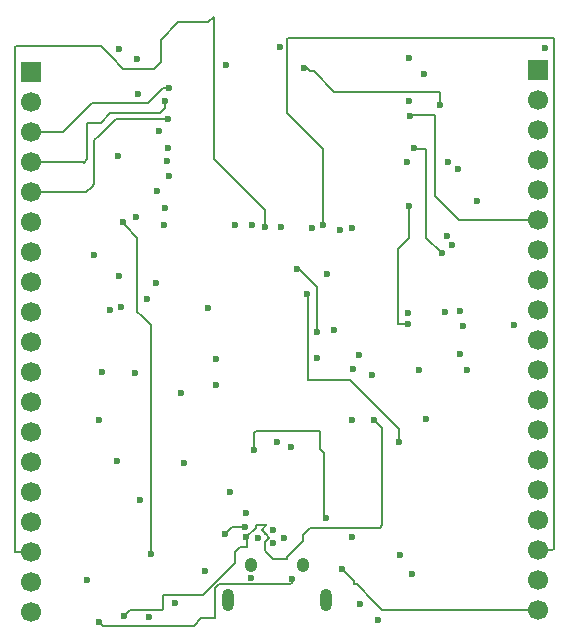
<source format=gbr>
%TF.GenerationSoftware,KiCad,Pcbnew,9.0.2*%
%TF.CreationDate,2025-07-05T23:34:38+05:30*%
%TF.ProjectId,_autosave-esp32devkitclone,5f617574-6f73-4617-9665-2d6573703332,rev?*%
%TF.SameCoordinates,Original*%
%TF.FileFunction,Copper,L2,Inr*%
%TF.FilePolarity,Positive*%
%FSLAX46Y46*%
G04 Gerber Fmt 4.6, Leading zero omitted, Abs format (unit mm)*
G04 Created by KiCad (PCBNEW 9.0.2) date 2025-07-05 23:34:38*
%MOMM*%
%LPD*%
G01*
G04 APERTURE LIST*
%TA.AperFunction,ComponentPad*%
%ADD10R,1.700000X1.700000*%
%TD*%
%TA.AperFunction,ComponentPad*%
%ADD11C,1.700000*%
%TD*%
%TA.AperFunction,HeatsinkPad*%
%ADD12O,1.000000X1.900000*%
%TD*%
%TA.AperFunction,HeatsinkPad*%
%ADD13O,1.050000X1.250000*%
%TD*%
%TA.AperFunction,ViaPad*%
%ADD14C,0.600000*%
%TD*%
%TA.AperFunction,Conductor*%
%ADD15C,0.200000*%
%TD*%
G04 APERTURE END LIST*
D10*
%TO.N,/VDD33*%
%TO.C,J2*%
X161960000Y-84540000D03*
D11*
%TO.N,/EN*%
X161960000Y-87080000D03*
%TO.N,/SENSOR_VP*%
X161960000Y-89620000D03*
%TO.N,/SENSOR_VN*%
X161960000Y-92160000D03*
%TO.N,/IO34*%
X161960000Y-94700000D03*
%TO.N,/IO35*%
X161960000Y-97240000D03*
%TO.N,/IO32*%
X161960000Y-99780000D03*
%TO.N,/IO33*%
X161960000Y-102320000D03*
%TO.N,/IO25*%
X161960000Y-104860000D03*
%TO.N,/IO26*%
X161960000Y-107400000D03*
%TO.N,/IO27*%
X161960000Y-109940000D03*
%TO.N,/IO14*%
X161960000Y-112480000D03*
%TO.N,/IO12*%
X161960000Y-115020000D03*
%TO.N,GND*%
X161960000Y-117560000D03*
%TO.N,/IO13*%
X161960000Y-120100000D03*
%TO.N,/SD2*%
X161960000Y-122640000D03*
%TO.N,/SD3*%
X161960000Y-125180000D03*
%TO.N,/CMD*%
X161960000Y-127720000D03*
%TO.N,/EXT_5V*%
X161960000Y-130260000D03*
%TD*%
D12*
%TO.N,GND*%
%TO.C,J1*%
X178645000Y-129225000D03*
D13*
X180595000Y-126225000D03*
X185045000Y-126225000D03*
D12*
X186995000Y-129225000D03*
%TD*%
D10*
%TO.N,GND*%
%TO.C,J3*%
X204880000Y-84360000D03*
D11*
%TO.N,/IO23*%
X204880000Y-86900000D03*
%TO.N,/IO22*%
X204880000Y-89440000D03*
%TO.N,/TXDO*%
X204880000Y-91980000D03*
%TO.N,/RXDO*%
X204880000Y-94520000D03*
%TO.N,/IO21*%
X204880000Y-97060000D03*
%TO.N,GND*%
X204880000Y-99600000D03*
%TO.N,/IO19*%
X204880000Y-102140000D03*
%TO.N,/IO18*%
X204880000Y-104680000D03*
%TO.N,/IO5*%
X204880000Y-107220000D03*
%TO.N,/IO17*%
X204880000Y-109760000D03*
%TO.N,/IO16*%
X204880000Y-112300000D03*
%TO.N,/IO4*%
X204880000Y-114840000D03*
%TO.N,/IO0*%
X204880000Y-117380000D03*
%TO.N,/IO2*%
X204880000Y-119920000D03*
%TO.N,/IO15*%
X204880000Y-122460000D03*
%TO.N,/SD1*%
X204880000Y-125000000D03*
%TO.N,/SD0*%
X204880000Y-127540000D03*
%TO.N,/CLK*%
X204880000Y-130080000D03*
%TD*%
D14*
%TO.N,/EXT_5V*%
X193890000Y-104930000D03*
X189850000Y-129560000D03*
X187610000Y-106370000D03*
X189790000Y-108480000D03*
%TO.N,GND*%
X197280000Y-92180000D03*
X169300000Y-117470000D03*
X177640000Y-111020000D03*
X180620000Y-127330000D03*
X191390000Y-130880000D03*
X177620000Y-108810000D03*
%TO.N,/VDD33*%
X170790000Y-109990000D03*
X174720000Y-111740000D03*
X174950000Y-117620000D03*
X189230000Y-109710000D03*
X194820000Y-109780000D03*
X169320000Y-91650000D03*
X170990000Y-83420000D03*
X168000000Y-109890000D03*
%TO.N,/EN*%
X196630000Y-87310000D03*
X185090000Y-84160000D03*
X197640000Y-99190000D03*
X198880000Y-109760000D03*
X178540000Y-83930000D03*
X172010000Y-130690000D03*
X171080000Y-86370000D03*
X197000000Y-104820000D03*
X198150000Y-92750000D03*
X199780000Y-95430000D03*
X183060000Y-82380000D03*
%TO.N,Net-(C15-Pad2)*%
X171190000Y-120720000D03*
X169640000Y-104440000D03*
%TO.N,Net-(D1-A)*%
X194230000Y-127060000D03*
X185370000Y-103290000D03*
X193140000Y-115810000D03*
%TO.N,/VBUS*%
X167760000Y-131090000D03*
X198310000Y-104790000D03*
X169450000Y-101790000D03*
X184060000Y-127480000D03*
X166690000Y-127560000D03*
X168640000Y-104660000D03*
%TO.N,/USB_DN*%
X178450000Y-123600000D03*
X183390000Y-124020000D03*
X187030000Y-101640000D03*
X180070000Y-123040000D03*
%TO.N,/USB_DP*%
X182490000Y-124420000D03*
X178840000Y-120080000D03*
X176990000Y-104540000D03*
%TO.N,/SD2*%
X180710000Y-97520000D03*
%TO.N,/CMD*%
X169400000Y-82570000D03*
X183190000Y-97690000D03*
%TO.N,/IO34*%
X173600000Y-88490000D03*
%TO.N,/IO14*%
X173220000Y-97500000D03*
X167330000Y-100040000D03*
%TO.N,/IO25*%
X173630000Y-93330000D03*
%TO.N,/SENSOR_VN*%
X173330000Y-87010000D03*
%TO.N,/IO35*%
X172790000Y-89530000D03*
%TO.N,/IO13*%
X179290000Y-97490000D03*
%TO.N,/IO33*%
X173510000Y-92070000D03*
%TO.N,/IO27*%
X173340000Y-96080000D03*
%TO.N,/IO12*%
X172610000Y-102400000D03*
X167780000Y-113980000D03*
%TO.N,/SENSOR_VP*%
X173670000Y-85870000D03*
%TO.N,/SD3*%
X181780000Y-97610000D03*
%TO.N,/IO32*%
X173620000Y-90970000D03*
%TO.N,/IO26*%
X172670000Y-94560000D03*
%TO.N,/IO22*%
X195290000Y-84720000D03*
%TO.N,/IO19*%
X194410000Y-90980000D03*
X196750000Y-99850000D03*
%TO.N,/SD0*%
X185790000Y-97700000D03*
%TO.N,/RXDO*%
X194000000Y-87000000D03*
X198550000Y-106020000D03*
%TO.N,/IO2*%
X205510000Y-82470000D03*
X189200000Y-97750000D03*
%TO.N,/IO15*%
X188110000Y-97900000D03*
%TO.N,/IO21*%
X194060000Y-88240000D03*
%TO.N,/IO23*%
X193960000Y-83350000D03*
%TO.N,/SD1*%
X186750000Y-97440000D03*
%TO.N,/CLK*%
X188360000Y-126580000D03*
X186230000Y-106530000D03*
X184530000Y-101180000D03*
%TO.N,/IO16*%
X193980000Y-95890000D03*
X193940000Y-105890000D03*
%TO.N,/IO18*%
X193810000Y-92180000D03*
X202900000Y-105950000D03*
%TO.N,Net-(Q1-B)*%
X176750000Y-126800000D03*
X193200000Y-125390000D03*
%TO.N,/RTS*%
X172120000Y-125370000D03*
X169760000Y-97220000D03*
X184040000Y-116250000D03*
X180210000Y-121890000D03*
%TO.N,/DTR*%
X186950000Y-122320000D03*
X180860000Y-116540000D03*
%TO.N,Net-(Q2-B)*%
X189190000Y-114020000D03*
X170890000Y-96840000D03*
X189180000Y-123870000D03*
X171830000Y-103770000D03*
X186170000Y-108700000D03*
%TO.N,/RXD*%
X197170000Y-98400000D03*
X182820000Y-115870000D03*
%TO.N,/TXD*%
X198290000Y-108440000D03*
X195470000Y-113920000D03*
%TO.N,Net-(U1-~{SUSPEND})*%
X190870000Y-110150000D03*
X182500000Y-123310000D03*
%TO.N,Net-(U1-~{RST})*%
X181230000Y-123940000D03*
X174140000Y-129460000D03*
%TO.N,Net-(U1-VBUS)*%
X180220000Y-123920000D03*
X169830000Y-130570000D03*
X191050000Y-113970000D03*
%TD*%
D15*
%TO.N,/EN*%
X185360000Y-84160000D02*
X185630000Y-84430000D01*
X187680000Y-86200000D02*
X196590000Y-86200000D01*
X196630000Y-86240000D02*
X196630000Y-87310000D01*
X196590000Y-86200000D02*
X196630000Y-86240000D01*
X185090000Y-84160000D02*
X185360000Y-84160000D01*
X185630000Y-84430000D02*
X185910000Y-84430000D01*
X185910000Y-84430000D02*
X187680000Y-86200000D01*
%TO.N,Net-(D1-A)*%
X185400000Y-103320000D02*
X185370000Y-103290000D01*
X189250000Y-110840000D02*
X189000000Y-110590000D01*
X193140000Y-114730000D02*
X189250000Y-110840000D01*
X189000000Y-110590000D02*
X185400000Y-110590000D01*
X193140000Y-115810000D02*
X193140000Y-114730000D01*
X185400000Y-110590000D02*
X185400000Y-103320000D01*
%TO.N,/VBUS*%
X168060000Y-131390000D02*
X167760000Y-131090000D01*
X177890000Y-127890000D02*
X177760000Y-128020000D01*
X176400000Y-130790000D02*
X175800000Y-131390000D01*
X184060000Y-127780000D02*
X183950000Y-127890000D01*
X184060000Y-127480000D02*
X184060000Y-127780000D01*
X177540000Y-130790000D02*
X176400000Y-130790000D01*
X177760000Y-128020000D02*
X177540000Y-128240000D01*
X183950000Y-127890000D02*
X177890000Y-127890000D01*
X175800000Y-131390000D02*
X168060000Y-131390000D01*
X177540000Y-128240000D02*
X177540000Y-130790000D01*
%TO.N,/USB_DN*%
X179010000Y-123040000D02*
X178450000Y-123600000D01*
X180070000Y-123040000D02*
X179010000Y-123040000D01*
%TO.N,/IO34*%
X169190000Y-88490000D02*
X173600000Y-88490000D01*
X167360000Y-90320000D02*
X167730000Y-89950000D01*
X161960000Y-94700000D02*
X166650000Y-94700000D01*
X166650000Y-94700000D02*
X167120000Y-94230000D01*
X167360000Y-93990000D02*
X167360000Y-92240000D01*
X167730000Y-89950000D02*
X169190000Y-88490000D01*
X167360000Y-92240000D02*
X167360000Y-90320000D01*
X167120000Y-94230000D02*
X167360000Y-93990000D01*
%TO.N,/SENSOR_VN*%
X166440000Y-92160000D02*
X166470000Y-92190000D01*
X168690000Y-88030000D02*
X172870000Y-88030000D01*
X167890000Y-88830000D02*
X168690000Y-88030000D01*
X166470000Y-92190000D02*
X166740000Y-91920000D01*
X173330000Y-87570000D02*
X173330000Y-87010000D01*
X161960000Y-92160000D02*
X166440000Y-92160000D01*
X166740000Y-91920000D02*
X166740000Y-88830000D01*
X172870000Y-88030000D02*
X173050000Y-87850000D01*
X173050000Y-87850000D02*
X173330000Y-87570000D01*
X166740000Y-88830000D02*
X167890000Y-88830000D01*
%TO.N,/SENSOR_VP*%
X172750000Y-86270000D02*
X173150000Y-85870000D01*
X167190000Y-87120000D02*
X171760000Y-87120000D01*
X173150000Y-85870000D02*
X173670000Y-85870000D01*
X164690000Y-89620000D02*
X165630000Y-88680000D01*
X161960000Y-89620000D02*
X164690000Y-89620000D01*
X171900000Y-87120000D02*
X172750000Y-86270000D01*
X171760000Y-87120000D02*
X171900000Y-87120000D01*
X165630000Y-88680000D02*
X167190000Y-87120000D01*
%TO.N,/SD3*%
X168770000Y-83190000D02*
X169810000Y-84230000D01*
X170260000Y-84230000D02*
X172400000Y-84230000D01*
X177470000Y-91880000D02*
X178390000Y-92800000D01*
X172990000Y-81790000D02*
X174450000Y-80330000D01*
X161960000Y-125180000D02*
X160670000Y-125180000D01*
X160610000Y-82410000D02*
X160680000Y-82340000D01*
X160610000Y-125120000D02*
X160610000Y-82410000D01*
X181780000Y-96190000D02*
X181780000Y-97610000D01*
X177470000Y-79830000D02*
X177470000Y-91880000D01*
X174450000Y-80330000D02*
X176970000Y-80330000D01*
X169810000Y-84230000D02*
X170260000Y-84230000D01*
X176970000Y-80330000D02*
X177470000Y-79830000D01*
X178390000Y-92800000D02*
X181780000Y-96190000D01*
X167920000Y-82340000D02*
X168770000Y-83190000D01*
X172990000Y-83640000D02*
X172990000Y-81790000D01*
X160670000Y-125180000D02*
X160610000Y-125120000D01*
X172400000Y-84230000D02*
X172990000Y-83640000D01*
X160680000Y-82340000D02*
X167920000Y-82340000D01*
%TO.N,/IO19*%
X196750000Y-99850000D02*
X195440000Y-98540000D01*
X195440000Y-98540000D02*
X195440000Y-91080000D01*
X194510000Y-91080000D02*
X194410000Y-90980000D01*
X195440000Y-91080000D02*
X194510000Y-91080000D01*
%TO.N,/IO21*%
X196170000Y-95030000D02*
X196170000Y-88190000D01*
X194110000Y-88190000D02*
X194060000Y-88240000D01*
X198200000Y-97060000D02*
X196880000Y-95740000D01*
X196170000Y-88190000D02*
X194110000Y-88190000D01*
X204880000Y-97060000D02*
X198200000Y-97060000D01*
X196880000Y-95740000D02*
X196170000Y-95030000D01*
%TO.N,/SD1*%
X186670000Y-91010000D02*
X186670000Y-97360000D01*
X206230000Y-81670000D02*
X183730000Y-81670000D01*
X204880000Y-125000000D02*
X206130000Y-125000000D01*
X206130000Y-125000000D02*
X206250000Y-124880000D01*
X206250000Y-124880000D02*
X206250000Y-81690000D01*
X183690000Y-81710000D02*
X183690000Y-88030000D01*
X186670000Y-97360000D02*
X186750000Y-97440000D01*
X183730000Y-81670000D02*
X183690000Y-81710000D01*
X206250000Y-81690000D02*
X206230000Y-81670000D01*
X183690000Y-88030000D02*
X186670000Y-91010000D01*
%TO.N,/CLK*%
X204880000Y-130080000D02*
X191730000Y-130080000D01*
X189560000Y-127910000D02*
X189370000Y-127910000D01*
X189370000Y-127910000D02*
X189370000Y-127590000D01*
X186230000Y-106530000D02*
X186230000Y-102740000D01*
X191070000Y-129420000D02*
X189560000Y-127910000D01*
X184750000Y-101260000D02*
X184670000Y-101180000D01*
X184670000Y-101180000D02*
X184530000Y-101180000D01*
X186230000Y-102740000D02*
X184750000Y-101260000D01*
X191730000Y-130080000D02*
X191070000Y-129420000D01*
X189370000Y-127590000D02*
X188360000Y-126580000D01*
%TO.N,/IO16*%
X193040000Y-105820000D02*
X193040000Y-99510000D01*
X193980000Y-98570000D02*
X193980000Y-95890000D01*
X193110000Y-105890000D02*
X193040000Y-105820000D01*
X193940000Y-105890000D02*
X193110000Y-105890000D01*
X193740000Y-98810000D02*
X193980000Y-98570000D01*
X193040000Y-99510000D02*
X193740000Y-98810000D01*
%TO.N,/RTS*%
X170970000Y-98550000D02*
X169940000Y-97520000D01*
X172120000Y-125370000D02*
X172120000Y-105980000D01*
X170970000Y-104830000D02*
X170970000Y-101370000D01*
X172120000Y-105980000D02*
X171350000Y-105210000D01*
X169940000Y-97520000D02*
X169760000Y-97340000D01*
X171350000Y-105210000D02*
X170970000Y-104830000D01*
X169760000Y-97340000D02*
X169760000Y-97220000D01*
X170970000Y-101370000D02*
X170970000Y-98550000D01*
%TO.N,/DTR*%
X180860000Y-116540000D02*
X180860000Y-115130000D01*
X186490000Y-116430000D02*
X186810000Y-116750000D01*
X186490000Y-114960000D02*
X186490000Y-116430000D01*
X181060000Y-114930000D02*
X186460000Y-114930000D01*
X186810000Y-116750000D02*
X186810000Y-122180000D01*
X186460000Y-114930000D02*
X186490000Y-114960000D01*
X180860000Y-115130000D02*
X181060000Y-114930000D01*
X186810000Y-122180000D02*
X186950000Y-122320000D01*
%TO.N,Net-(U1-VBUS)*%
X181920000Y-122910000D02*
X181550000Y-123280000D01*
X181550000Y-123280000D02*
X181800000Y-123530000D01*
X182510000Y-125730000D02*
X183660000Y-125730000D01*
X181800000Y-123680000D02*
X181860001Y-123680000D01*
X180220000Y-123920000D02*
X181020000Y-123120000D01*
X173160000Y-128790000D02*
X173160000Y-129950000D01*
X190840000Y-123120000D02*
X191500000Y-123120000D01*
X181760000Y-124301471D02*
X181760000Y-124440000D01*
X180300000Y-124750000D02*
X179670000Y-124750000D01*
X181020000Y-123120000D02*
X181020000Y-122920000D01*
X183660000Y-125730000D02*
X183660000Y-125600000D01*
X191500000Y-123120000D02*
X191710000Y-122910000D01*
X181760000Y-124440000D02*
X181760000Y-124980000D01*
X179230000Y-126120000D02*
X176560000Y-128790000D01*
X179670000Y-124750000D02*
X179230000Y-125190000D01*
X170350000Y-130050000D02*
X169830000Y-130570000D01*
X180300000Y-124000000D02*
X180300000Y-124750000D01*
X182120736Y-123940735D02*
X181760000Y-124301471D01*
X176560000Y-128790000D02*
X173160000Y-128790000D01*
X181020000Y-122920000D02*
X181810000Y-122920000D01*
X184380000Y-124880000D02*
X185030000Y-124230000D01*
X181800000Y-123530000D02*
X181800000Y-123680000D01*
X181920000Y-125140000D02*
X182510000Y-125730000D01*
X185640000Y-123120000D02*
X190840000Y-123120000D01*
X181920000Y-122810000D02*
X181920000Y-122910000D01*
X183660000Y-125600000D02*
X184380000Y-124880000D01*
X181860001Y-123680000D02*
X182120736Y-123940735D01*
X191710000Y-122910000D02*
X191710000Y-114630000D01*
X173060000Y-130050000D02*
X170350000Y-130050000D01*
X181810000Y-122920000D02*
X181920000Y-122810000D01*
X191710000Y-114630000D02*
X191050000Y-113970000D01*
X181760000Y-124980000D02*
X181920000Y-125140000D01*
X179230000Y-125190000D02*
X179230000Y-126120000D01*
X173160000Y-129950000D02*
X173060000Y-130050000D01*
X180220000Y-123920000D02*
X180300000Y-124000000D01*
X185030000Y-124230000D02*
X185030000Y-123730000D01*
X185030000Y-123730000D02*
X185640000Y-123120000D01*
%TD*%
M02*

</source>
